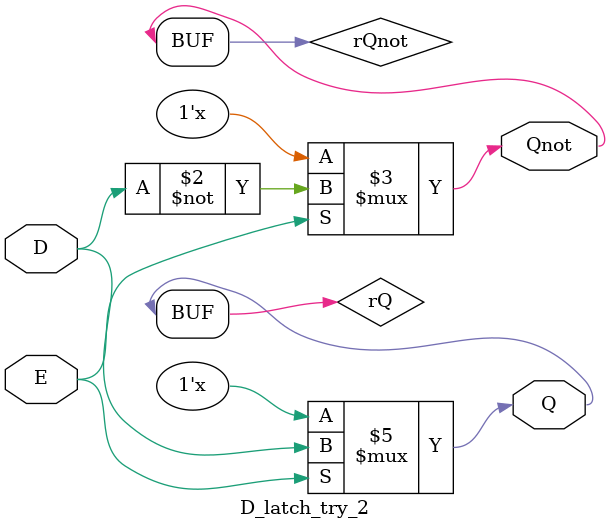
<source format=v>
module D_latch_try_2(D,E, Q, Qnot); //declares module
	
	input wire D, E; //defines input wires D, E
	output Q, Qnot; //defines output Q, Qnot
	
	reg rQ, rQnot; //defines rQ, rQnot
	
	always @(*) begin //initiates always @
		if(E) begin //if statement triggered by E
			
			rQ <= D; //defines logical expression for rQ for a D flip flop
			rQnot <=~D; //defines logical expression for rQnot for a D flip flop
		end //ends if statement
	end //ends always @
	
	assign Q = rQ; //assigns logical expression to rQ
	assign Qnot = rQnot; //assigns logical expression to rQnot
	
endmodule //ends module

</source>
